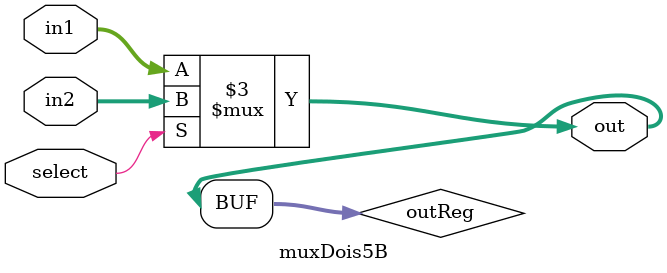
<source format=v>
module muxDois5B(in1,in2,select,out);
	input[4:0] in1, in2;
	input select;
	output wire[4:0] out;
	reg[4:0] outReg;
	assign out = outReg;
	always @(*) 
		if(select) outReg = in2;
		else outReg = in1;
endmodule
</source>
